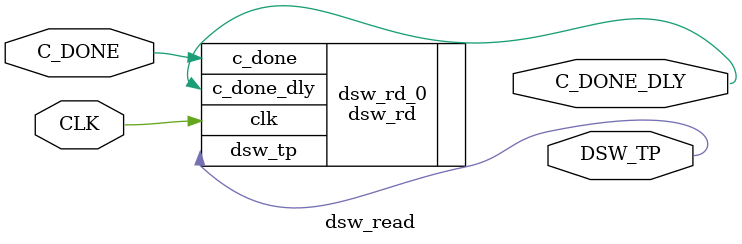
<source format=v>
module dsw_read(CLK, 
                C_DONE, 
                C_DONE_DLY, 
                DSW_TP);

    input CLK;
    input C_DONE;
   output C_DONE_DLY;
   output DSW_TP;
   
   
   dsw_rd  dsw_rd_0 (.clk(CLK), 
                    .c_done(C_DONE), 
                    .c_done_dly(C_DONE_DLY), 
                    .dsw_tp(DSW_TP));
endmodule

</source>
